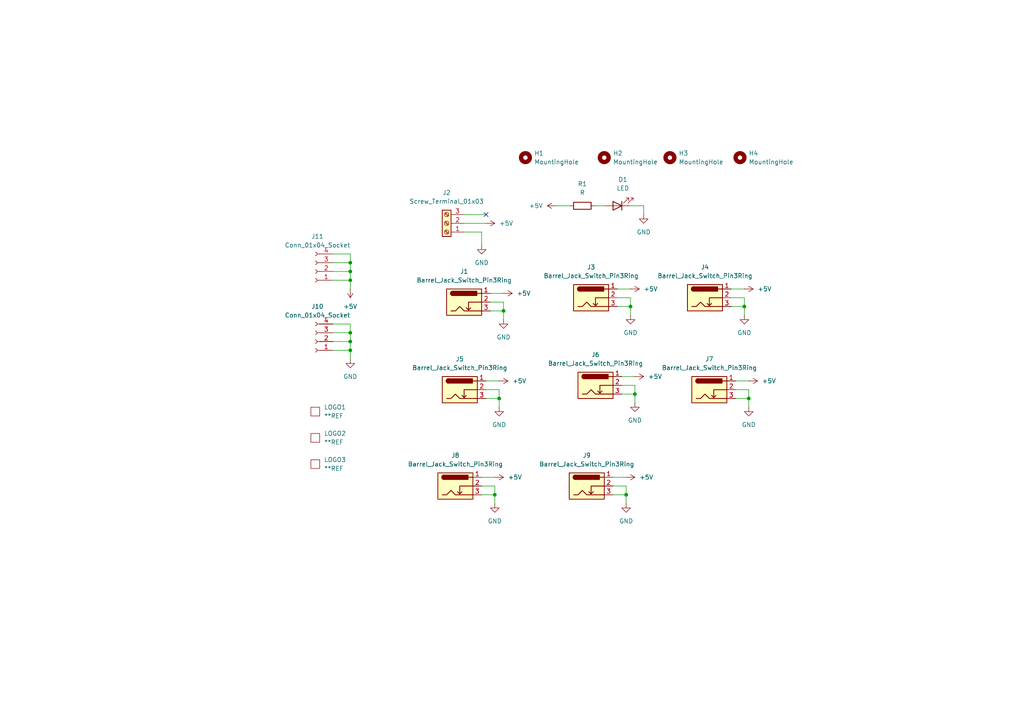
<source format=kicad_sch>
(kicad_sch (version 20231120) (generator "eeschema") (generator_version "8.0")
  (paper "A4")
  (lib_symbols
    (symbol "Connector:Barrel_Jack_Switch_Pin3Ring" (pin_names hide)
      (property "Reference" "J" (at 0 5.334 0))
      (property "Value" "Barrel_Jack_Switch_Pin3Ring" (at 0 -5.08 0))
      (symbol "Barrel_Jack_Switch_Pin3Ring_0_1"
        (rectangle (start -5.08 3.81) (end 5.08 -3.81) (stroke (width 0.254)) (fill (type background)))
        (arc (start -3.302 3.175) (mid -3.9343 2.54) (end -3.302 1.905) (stroke (width 0.254)))
        (arc (start -3.302 3.175) (mid -3.9343 2.54) (end -3.302 1.905) (stroke (width 0.254)) (fill (type outline)))
        (polyline (pts (xy 1.27 -2.286) (xy 1.905 -1.651)) (stroke (width 0.254)))
        (polyline (pts (xy 5.08 2.54) (xy 3.81 2.54)) (stroke (width 0.254)))
        (polyline (pts (xy 5.08 0) (xy 1.27 0) (xy 1.27 -2.286) (xy 0.635 -1.651)) (stroke (width 0.254)))
        (polyline (pts (xy -3.81 -2.54) (xy -2.54 -2.54) (xy -1.27 -1.27) (xy 0 -2.54) (xy 2.54 -2.54) (xy 5.08 -2.54)) (stroke (width 0.254)))
        (rectangle (start 3.683 3.175) (end -3.302 1.905) (stroke (width 0.254)) (fill (type outline)))
      )
      (symbol "Barrel_Jack_Switch_Pin3Ring_1_1"
        (pin passive line (at 7.62 2.54 180) (length 2.54) (name "~") (number "1"))
        (pin passive line (at 7.62 0 180) (length 2.54) (name "~") (number "2"))
        (pin passive line (at 7.62 -2.54 180) (length 2.54) (name "~") (number "3"))
      )
    )
    (symbol "Connector:Conn_01x04_Socket" (pin_names (offset 1.016) hide)
      (property "Reference" "J" (at 0 5.08 0))
      (property "Value" "Conn_01x04_Socket" (at 0 -7.62 0))
      (symbol "Conn_01x04_Socket_1_1"
        (arc (start 0 -4.572) (mid -0.5058 -5.08) (end 0 -5.588) (stroke (width 0.1524)))
        (arc (start 0 -2.032) (mid -0.5058 -2.54) (end 0 -3.048) (stroke (width 0.1524)))
        (polyline (pts (xy -1.27 -5.08) (xy -0.508 -5.08)) (stroke (width 0.1524)))
        (polyline (pts (xy -1.27 -2.54) (xy -0.508 -2.54)) (stroke (width 0.1524)))
        (polyline (pts (xy -1.27 0) (xy -0.508 0)) (stroke (width 0.1524)))
        (polyline (pts (xy -1.27 2.54) (xy -0.508 2.54)) (stroke (width 0.1524)))
        (arc (start 0 0.508) (mid -0.5058 0) (end 0 -0.508) (stroke (width 0.1524)))
        (arc (start 0 3.048) (mid -0.5058 2.54) (end 0 2.032) (stroke (width 0.1524)))
        (pin passive line (at -5.08 2.54 0) (length 3.81) (name "Pin_1") (number "1"))
        (pin passive line (at -5.08 0 0) (length 3.81) (name "Pin_2") (number "2"))
        (pin passive line (at -5.08 -2.54 0) (length 3.81) (name "Pin_3") (number "3"))
        (pin passive line (at -5.08 -5.08 0) (length 3.81) (name "Pin_4") (number "4"))
      )
    )
    (symbol "Connector:Screw_Terminal_01x03" (pin_names (offset 1.016) hide)
      (property "Reference" "J" (at 0 5.08 0))
      (property "Value" "Screw_Terminal_01x03" (at 0 -5.08 0))
      (symbol "Screw_Terminal_01x03_1_1"
        (rectangle (start -1.27 3.81) (end 1.27 -3.81) (stroke (width 0.254)) (fill (type background)))
        (circle (center 0 -2.54) (radius 0.635) (stroke (width 0.1524)))
        (polyline (pts (xy -0.5334 -2.2098) (xy 0.3302 -3.048)) (stroke (width 0.1524)))
        (polyline (pts (xy -0.5334 0.3302) (xy 0.3302 -0.508)) (stroke (width 0.1524)))
        (polyline (pts (xy -0.5334 2.8702) (xy 0.3302 2.032)) (stroke (width 0.1524)))
        (polyline (pts (xy -0.3556 -2.032) (xy 0.508 -2.8702)) (stroke (width 0.1524)))
        (polyline (pts (xy -0.3556 0.508) (xy 0.508 -0.3302)) (stroke (width 0.1524)))
        (polyline (pts (xy -0.3556 3.048) (xy 0.508 2.2098)) (stroke (width 0.1524)))
        (circle (center 0 0) (radius 0.635) (stroke (width 0.1524)))
        (circle (center 0 2.54) (radius 0.635) (stroke (width 0.1524)))
        (pin passive line (at -5.08 2.54 0) (length 3.81) (name "Pin_1") (number "1"))
        (pin passive line (at -5.08 0 0) (length 3.81) (name "Pin_2") (number "2"))
        (pin passive line (at -5.08 -2.54 0) (length 3.81) (name "Pin_3") (number "3"))
      )
    )
    (symbol "Device:LED" (pin_numbers hide) (pin_names (offset 1.016) hide)
      (property "Reference" "D" (at 0 2.54 0))
      (property "Value" "LED" (at 0 -2.54 0))
      (symbol "LED_0_1"
        (polyline (pts (xy -1.27 -1.27) (xy -1.27 1.27)) (stroke (width 0.254)))
        (polyline (pts (xy -1.27 0) (xy 1.27 0)))
        (polyline (pts (xy 1.27 -1.27) (xy 1.27 1.27) (xy -1.27 0) (xy 1.27 -1.27)) (stroke (width 0.254)))
        (polyline (pts (xy -3.048 -0.762) (xy -4.572 -2.286) (xy -3.81 -2.286) (xy -4.572 -2.286) (xy -4.572 -1.524)))
        (polyline (pts (xy -1.778 -0.762) (xy -3.302 -2.286) (xy -2.54 -2.286) (xy -3.302 -2.286) (xy -3.302 -1.524)))
      )
      (symbol "LED_1_1"
        (pin passive line (at -3.81 0 0) (length 2.54) (name "K") (number "1"))
        (pin passive line (at 3.81 0 180) (length 2.54) (name "A") (number "2"))
      )
    )
    (symbol "Device:R" (pin_numbers hide) (pin_names (offset 0))
      (property "Reference" "R" (at 2.032 0 90))
      (property "Value" "R" (at 0 0 90))
      (symbol "R_0_1"
        (rectangle (start -1.016 -2.54) (end 1.016 2.54) (stroke (width 0.254)))
      )
      (symbol "R_1_1"
        (pin passive line (at 0 3.81 270) (length 1.27) (name "~") (number "1"))
        (pin passive line (at 0 -3.81 90) (length 1.27) (name "~") (number "2"))
      )
    )
    (symbol "Mechanical:MountingHole" (pin_names (offset 1.016)) (exclude_from_sim yes) (in_bom no)
      (property "Reference" "H" (at 0 5.08 0))
      (property "Value" "MountingHole" (at 0 3.175 0))
      (symbol "MountingHole_0_1"
        (circle (center 0 0) (radius 1.27) (stroke (width 1.27)))
      )
    )
    (symbol "MyKicadSymbols:awesome-logo" (in_bom no)
      (property "Reference" "LOGO" (at 0 0 0))
      (property "Value" "**REF" (at 0 0 0))
      (symbol "awesome-logo_0_1"
        (rectangle (start -1.27 1.27) (end 1.27 -1.27))
      )
    )
    (symbol "power:+5V" (power) (pin_numbers hide) (pin_names (offset 0) hide)
      (property "Value" "+5V" (at 0 3.556 0))
      (symbol "+5V_0_1"
        (polyline (pts (xy -0.762 1.27) (xy 0 2.54)))
        (polyline (pts (xy 0 0) (xy 0 2.54)))
        (polyline (pts (xy 0 2.54) (xy 0.762 1.27)))
      )
      (symbol "+5V_1_1"
        (pin power_in line (at 0 0 90) (length 0) (name "~") (number "1"))
      )
    )
    (symbol "power:GND" (power) (pin_numbers hide) (pin_names (offset 0) hide)
      (property "Value" "GND" (at 0 -3.81 0))
      (symbol "GND_0_1"
        (polyline (pts (xy 0 0) (xy 0 -1.27) (xy 1.27 -1.27) (xy 0 -2.54) (xy -1.27 -1.27) (xy 0 -1.27)))
      )
      (symbol "GND_1_1"
        (pin power_in line (at 0 0 270) (length 0) (name "~") (number "1"))
      )
    )
  )
  (junction (at 101.6 76.2))
  (junction (at 101.6 99.06))
  (junction (at 215.9 88.9))
  (junction (at 184.15 114.3))
  (junction (at 101.6 101.6))
  (junction (at 101.6 78.74))
  (junction (at 144.78 115.57))
  (junction (at 143.51 143.51))
  (junction (at 217.17 115.57))
  (junction (at 146.05 90.17))
  (junction (at 182.88 88.9))
  (junction (at 181.61 143.51))
  (junction (at 101.6 96.52))
  (junction (at 101.6 81.28))
  (no_connect (at 140.97 62.23))
  (wire (pts (xy 143.51 143.51) (xy 143.51 146.05)))
  (wire (pts (xy 213.36 113.03) (xy 217.17 113.03)))
  (wire (pts (xy 139.7 140.97) (xy 143.51 140.97)))
  (wire (pts (xy 213.36 110.49) (xy 217.17 110.49)))
  (wire (pts (xy 101.6 78.74) (xy 101.6 81.28)))
  (wire (pts (xy 177.8 138.43) (xy 181.61 138.43)))
  (wire (pts (xy 101.6 76.2) (xy 101.6 78.74)))
  (wire (pts (xy 182.88 59.69) (xy 186.69 59.69)))
  (wire (pts (xy 184.15 114.3) (xy 184.15 116.84)))
  (wire (pts (xy 182.88 88.9) (xy 182.88 91.44)))
  (wire (pts (xy 181.61 143.51) (xy 181.61 146.05)))
  (wire (pts (xy 140.97 110.49) (xy 144.78 110.49)))
  (wire (pts (xy 139.7 143.51) (xy 143.51 143.51)))
  (wire (pts (xy 186.69 59.69) (xy 186.69 62.23)))
  (wire (pts (xy 101.6 73.66) (xy 101.6 76.2)))
  (wire (pts (xy 213.36 115.57) (xy 217.17 115.57)))
  (wire (pts (xy 134.62 64.77) (xy 140.97 64.77)))
  (wire (pts (xy 217.17 113.03) (xy 217.17 115.57)))
  (wire (pts (xy 134.62 62.23) (xy 140.97 62.23)))
  (wire (pts (xy 96.52 78.74) (xy 101.6 78.74)))
  (wire (pts (xy 184.15 111.76) (xy 184.15 114.3)))
  (wire (pts (xy 215.9 86.36) (xy 215.9 88.9)))
  (wire (pts (xy 212.09 88.9) (xy 215.9 88.9)))
  (wire (pts (xy 101.6 81.28) (xy 101.6 83.82)))
  (wire (pts (xy 101.6 93.98) (xy 101.6 96.52)))
  (wire (pts (xy 212.09 83.82) (xy 215.9 83.82)))
  (wire (pts (xy 179.07 88.9) (xy 182.88 88.9)))
  (wire (pts (xy 172.72 59.69) (xy 175.26 59.69)))
  (wire (pts (xy 144.78 113.03) (xy 144.78 115.57)))
  (wire (pts (xy 143.51 140.97) (xy 143.51 143.51)))
  (wire (pts (xy 101.6 96.52) (xy 101.6 99.06)))
  (wire (pts (xy 181.61 140.97) (xy 181.61 143.51)))
  (wire (pts (xy 139.7 138.43) (xy 143.51 138.43)))
  (wire (pts (xy 142.24 87.63) (xy 146.05 87.63)))
  (wire (pts (xy 142.24 90.17) (xy 146.05 90.17)))
  (wire (pts (xy 140.97 113.03) (xy 144.78 113.03)))
  (wire (pts (xy 182.88 86.36) (xy 182.88 88.9)))
  (wire (pts (xy 96.52 76.2) (xy 101.6 76.2)))
  (wire (pts (xy 180.34 111.76) (xy 184.15 111.76)))
  (wire (pts (xy 179.07 86.36) (xy 182.88 86.36)))
  (wire (pts (xy 96.52 96.52) (xy 101.6 96.52)))
  (wire (pts (xy 96.52 101.6) (xy 101.6 101.6)))
  (wire (pts (xy 212.09 86.36) (xy 215.9 86.36)))
  (wire (pts (xy 179.07 83.82) (xy 182.88 83.82)))
  (wire (pts (xy 146.05 87.63) (xy 146.05 90.17)))
  (wire (pts (xy 96.52 73.66) (xy 101.6 73.66)))
  (wire (pts (xy 177.8 143.51) (xy 181.61 143.51)))
  (wire (pts (xy 96.52 99.06) (xy 101.6 99.06)))
  (wire (pts (xy 215.9 88.9) (xy 215.9 91.44)))
  (wire (pts (xy 161.29 59.69) (xy 165.1 59.69)))
  (wire (pts (xy 180.34 109.22) (xy 184.15 109.22)))
  (wire (pts (xy 180.34 114.3) (xy 184.15 114.3)))
  (wire (pts (xy 177.8 140.97) (xy 181.61 140.97)))
  (wire (pts (xy 139.7 67.31) (xy 139.7 71.12)))
  (wire (pts (xy 96.52 93.98) (xy 101.6 93.98)))
  (wire (pts (xy 140.97 115.57) (xy 144.78 115.57)))
  (wire (pts (xy 217.17 115.57) (xy 217.17 118.11)))
  (wire (pts (xy 134.62 67.31) (xy 139.7 67.31)))
  (wire (pts (xy 101.6 99.06) (xy 101.6 101.6)))
  (wire (pts (xy 101.6 101.6) (xy 101.6 104.14)))
  (wire (pts (xy 144.78 115.57) (xy 144.78 118.11)))
  (wire (pts (xy 142.24 85.09) (xy 146.05 85.09)))
  (wire (pts (xy 146.05 90.17) (xy 146.05 92.71)))
  (wire (pts (xy 96.52 81.28) (xy 101.6 81.28)))
  (symbol (lib_id "power:+5V") (at 143.51 138.43 270) (unit 1)
    (property "Reference" "#PWR017" (effects (hide yes)))
    (property "Value" "+5V" (at 147.32 138.4299 90) (effects (justify left)))
    (property "Description" "Power symbol creates a global label with name \"+5V\"" (effects (hide yes)))
  )
  (symbol (lib_id "Connector:Conn_01x04_Socket") (at 91.44 99.06 180) (unit 1)
    (property "Reference" "J10" (at 92.075 88.9 0))
    (property "Value" "Conn_01x04_Socket" (at 92.075 91.44 0))
    (property "Footprint" "Connector_PinSocket_2.54mm:PinSocket_1x04_P2.54mm_Vertical" (effects (hide yes)))
    (property "Description" "Generic connector, single row, 01x04, script generated" (effects (hide yes)))
  )
  (symbol (lib_id "Connector:Barrel_Jack_Switch_Pin3Ring") (at 171.45 86.36 0) (unit 1)
    (property "Reference" "J3" (at 171.45 77.47 0))
    (property "Value" "Barrel_Jack_Switch_Pin3Ring" (at 171.45 80.01 0))
    (property "Footprint" "Connector_BarrelJack:BarrelJack_Horizontal" (effects (hide yes)))
    (property "Description" "DC Barrel Jack with an internal switch" (effects (hide yes)))
  )
  (symbol (lib_id "Mechanical:MountingHole") (at 194.31 45.72 0) (unit 1) (exclude_from_sim yes) (in_bom no)
    (property "Reference" "H3" (at 196.85 44.4499 0) (effects (justify left)))
    (property "Value" "MountingHole" (at 196.85 46.9899 0) (effects (justify left)))
    (property "Footprint" "MountingHole:MountingHole_3.2mm_M3_Pad_Via" (effects (hide yes)))
    (property "Description" "Mounting Hole without connection" (effects (hide yes)))
  )
  (symbol (lib_id "MyKicadSymbols:awesome-logo") (at 91.44 119.38 0) (unit 1) (in_bom no)
    (property "Reference" "LOGO1" (at 93.98 118.1099 0) (effects (justify left)))
    (property "Value" "**REF" (at 93.98 120.6499 0) (effects (justify left)))
    (property "Footprint" "MyKicadFootprints:awesome-logo" (effects (hide yes)))
    (property "Description" "the crazymittens logo" (effects (hide yes)))
  )
  (symbol (lib_id "power:GND") (at 186.69 62.23 0) (unit 1)
    (property "Reference" "#PWR06" (effects (hide yes)))
    (property "Value" "GND" (at 186.69 67.31 0))
    (property "Description" "Power symbol creates a global label with name \"GND\" , ground" (effects (hide yes)))
  )
  (symbol (lib_id "Connector:Screw_Terminal_01x03") (at 129.54 64.77 180) (unit 1)
    (property "Reference" "J2" (at 129.54 55.88 0))
    (property "Value" "Screw_Terminal_01x03" (at 129.54 58.42 0))
    (property "Footprint" "TerminalBlock:TerminalBlock_Xinya_XY308-2.54-3P_1x03_P2.54mm_Horizontal" (effects (hide yes)))
    (property "Description" "Generic screw terminal, single row, 01x03, script generated (kicad-library-utils/schlib/autogen/connector/)" (effects (hide yes)))
  )
  (symbol (lib_id "power:GND") (at 143.51 146.05 0) (unit 1)
    (property "Reference" "#PWR018" (effects (hide yes)))
    (property "Value" "GND" (at 143.51 151.13 0))
    (property "Description" "Power symbol creates a global label with name \"GND\" , ground" (effects (hide yes)))
  )
  (symbol (lib_id "power:+5V") (at 101.6 83.82 180) (unit 1)
    (property "Reference" "#PWR022" (effects (hide yes)))
    (property "Value" "+5V" (at 101.6 88.9 0))
    (property "Description" "Power symbol creates a global label with name \"+5V\"" (effects (hide yes)))
  )
  (symbol (lib_id "Mechanical:MountingHole") (at 152.4 45.72 0) (unit 1) (exclude_from_sim yes) (in_bom no)
    (property "Reference" "H1" (at 154.94 44.4499 0) (effects (justify left)))
    (property "Value" "MountingHole" (at 154.94 46.9899 0) (effects (justify left)))
    (property "Footprint" "MountingHole:MountingHole_3.2mm_M3_Pad_Via" (effects (hide yes)))
    (property "Description" "Mounting Hole without connection" (effects (hide yes)))
  )
  (symbol (lib_id "power:+5V") (at 144.78 110.49 270) (unit 1)
    (property "Reference" "#PWR011" (effects (hide yes)))
    (property "Value" "+5V" (at 148.59 110.4899 90) (effects (justify left)))
    (property "Description" "Power symbol creates a global label with name \"+5V\"" (effects (hide yes)))
  )
  (symbol (lib_id "Mechanical:MountingHole") (at 214.63 45.72 0) (unit 1) (exclude_from_sim yes) (in_bom no)
    (property "Reference" "H4" (at 217.17 44.4499 0) (effects (justify left)))
    (property "Value" "MountingHole" (at 217.17 46.9899 0) (effects (justify left)))
    (property "Footprint" "MountingHole:MountingHole_3.2mm_M3_Pad_Via" (effects (hide yes)))
    (property "Description" "Mounting Hole without connection" (effects (hide yes)))
  )
  (symbol (lib_id "Connector:Barrel_Jack_Switch_Pin3Ring") (at 204.47 86.36 0) (unit 1)
    (property "Reference" "J4" (at 204.47 77.47 0))
    (property "Value" "Barrel_Jack_Switch_Pin3Ring" (at 204.47 80.01 0))
    (property "Footprint" "Connector_BarrelJack:BarrelJack_Horizontal" (effects (hide yes)))
    (property "Description" "DC Barrel Jack with an internal switch" (effects (hide yes)))
  )
  (symbol (lib_id "power:GND") (at 215.9 91.44 0) (unit 1)
    (property "Reference" "#PWR010" (effects (hide yes)))
    (property "Value" "GND" (at 215.9 96.52 0))
    (property "Description" "Power symbol creates a global label with name \"GND\" , ground" (effects (hide yes)))
  )
  (symbol (lib_id "power:GND") (at 146.05 92.71 0) (unit 1)
    (property "Reference" "#PWR03" (effects (hide yes)))
    (property "Value" "GND" (at 146.05 97.79 0))
    (property "Description" "Power symbol creates a global label with name \"GND\" , ground" (effects (hide yes)))
  )
  (symbol (lib_id "power:+5V") (at 140.97 64.77 270) (unit 1)
    (property "Reference" "#PWR08" (effects (hide yes)))
    (property "Value" "+5V" (at 144.78 64.7699 90) (effects (justify left)))
    (property "Description" "Power symbol creates a global label with name \"+5V\"" (effects (hide yes)))
  )
  (symbol (lib_id "MyKicadSymbols:awesome-logo") (at 91.44 127 0) (unit 1) (in_bom no)
    (property "Reference" "LOGO2" (at 93.98 125.7299 0) (effects (justify left)))
    (property "Value" "**REF" (at 93.98 128.2699 0) (effects (justify left)))
    (property "Footprint" "MyKicadFootprints:awesome-logo" (effects (hide yes)))
    (property "Description" "the crazymittens logo" (effects (hide yes)))
  )
  (symbol (lib_id "Connector:Barrel_Jack_Switch_Pin3Ring") (at 205.74 113.03 0) (unit 1)
    (property "Reference" "J7" (at 205.74 104.14 0))
    (property "Value" "Barrel_Jack_Switch_Pin3Ring" (at 205.74 106.68 0))
    (property "Footprint" "Connector_BarrelJack:BarrelJack_Horizontal" (effects (hide yes)))
    (property "Description" "DC Barrel Jack with an internal switch" (effects (hide yes)))
  )
  (symbol (lib_id "power:GND") (at 184.15 116.84 0) (unit 1)
    (property "Reference" "#PWR014" (effects (hide yes)))
    (property "Value" "GND" (at 184.15 121.92 0))
    (property "Description" "Power symbol creates a global label with name \"GND\" , ground" (effects (hide yes)))
  )
  (symbol (lib_id "power:+5V") (at 161.29 59.69 90) (unit 1)
    (property "Reference" "#PWR05" (effects (hide yes)))
    (property "Value" "+5V" (at 157.48 59.6899 90) (effects (justify left)))
    (property "Description" "Power symbol creates a global label with name \"+5V\"" (effects (hide yes)))
  )
  (symbol (lib_id "Device:R") (at 168.91 59.69 90) (unit 1)
    (property "Reference" "R1" (at 168.91 53.34 90))
    (property "Value" "R" (at 168.91 55.88 90))
    (property "Footprint" "Resistor_THT:R_Axial_DIN0207_L6.3mm_D2.5mm_P10.16mm_Horizontal" (effects (hide yes)))
    (property "Description" "Resistor" (effects (hide yes)))
  )
  (symbol (lib_id "Connector:Conn_01x04_Socket") (at 91.44 78.74 180) (unit 1)
    (property "Reference" "J11" (at 92.075 68.58 0))
    (property "Value" "Conn_01x04_Socket" (at 92.075 71.12 0))
    (property "Footprint" "Connector_PinSocket_2.54mm:PinSocket_1x04_P2.54mm_Vertical" (effects (hide yes)))
    (property "Description" "Generic connector, single row, 01x04, script generated" (effects (hide yes)))
  )
  (symbol (lib_id "power:GND") (at 144.78 118.11 0) (unit 1)
    (property "Reference" "#PWR012" (effects (hide yes)))
    (property "Value" "GND" (at 144.78 123.19 0))
    (property "Description" "Power symbol creates a global label with name \"GND\" , ground" (effects (hide yes)))
  )
  (symbol (lib_id "MyKicadSymbols:awesome-logo") (at 91.44 134.62 0) (unit 1) (in_bom no)
    (property "Reference" "LOGO3" (at 93.98 133.3499 0) (effects (justify left)))
    (property "Value" "**REF" (at 93.98 135.8899 0) (effects (justify left)))
    (property "Footprint" "MyKicadFootprints:simple-pdu-pcb-qr-10mm" (effects (hide yes)))
    (property "Description" "the crazymittens logo" (effects (hide yes)))
  )
  (symbol (lib_id "power:+5V") (at 184.15 109.22 270) (unit 1)
    (property "Reference" "#PWR013" (effects (hide yes)))
    (property "Value" "+5V" (at 187.96 109.2199 90) (effects (justify left)))
    (property "Description" "Power symbol creates a global label with name \"+5V\"" (effects (hide yes)))
  )
  (symbol (lib_id "Mechanical:MountingHole") (at 175.26 45.72 0) (unit 1) (exclude_from_sim yes) (in_bom no)
    (property "Reference" "H2" (at 177.8 44.4499 0) (effects (justify left)))
    (property "Value" "MountingHole" (at 177.8 46.9899 0) (effects (justify left)))
    (property "Footprint" "MountingHole:MountingHole_3.2mm_M3_Pad_Via" (effects (hide yes)))
    (property "Description" "Mounting Hole without connection" (effects (hide yes)))
  )
  (symbol (lib_id "power:GND") (at 139.7 71.12 0) (unit 1)
    (property "Reference" "#PWR07" (effects (hide yes)))
    (property "Value" "GND" (at 139.7 76.2 0))
    (property "Description" "Power symbol creates a global label with name \"GND\" , ground" (effects (hide yes)))
  )
  (symbol (lib_id "power:GND") (at 182.88 91.44 0) (unit 1)
    (property "Reference" "#PWR02" (effects (hide yes)))
    (property "Value" "GND" (at 182.88 96.52 0))
    (property "Description" "Power symbol creates a global label with name \"GND\" , ground" (effects (hide yes)))
  )
  (symbol (lib_id "power:+5V") (at 181.61 138.43 270) (unit 1)
    (property "Reference" "#PWR019" (effects (hide yes)))
    (property "Value" "+5V" (at 185.42 138.4299 90) (effects (justify left)))
    (property "Description" "Power symbol creates a global label with name \"+5V\"" (effects (hide yes)))
  )
  (symbol (lib_id "power:GND") (at 181.61 146.05 0) (unit 1)
    (property "Reference" "#PWR020" (effects (hide yes)))
    (property "Value" "GND" (at 181.61 151.13 0))
    (property "Description" "Power symbol creates a global label with name \"GND\" , ground" (effects (hide yes)))
  )
  (symbol (lib_id "power:GND") (at 217.17 118.11 0) (unit 1)
    (property "Reference" "#PWR016" (effects (hide yes)))
    (property "Value" "GND" (at 217.17 123.19 0))
    (property "Description" "Power symbol creates a global label with name \"GND\" , ground" (effects (hide yes)))
  )
  (symbol (lib_id "Device:LED") (at 179.07 59.69 180) (unit 1)
    (property "Reference" "D1" (at 180.6575 52.07 0))
    (property "Value" "LED" (at 180.6575 54.61 0))
    (property "Footprint" "LED_THT:LED_D3.0mm_Horizontal_O3.81mm_Z10.0mm" (effects (hide yes)))
    (property "Description" "Light emitting diode" (effects (hide yes)))
  )
  (symbol (lib_id "power:+5V") (at 182.88 83.82 270) (unit 1)
    (property "Reference" "#PWR01" (effects (hide yes)))
    (property "Value" "+5V" (at 186.69 83.8199 90) (effects (justify left)))
    (property "Description" "Power symbol creates a global label with name \"+5V\"" (effects (hide yes)))
  )
  (symbol (lib_id "Connector:Barrel_Jack_Switch_Pin3Ring") (at 170.18 140.97 0) (unit 1)
    (property "Reference" "J9" (at 170.18 132.08 0))
    (property "Value" "Barrel_Jack_Switch_Pin3Ring" (at 170.18 134.62 0))
    (property "Footprint" "Connector_BarrelJack:BarrelJack_Horizontal" (effects (hide yes)))
    (property "Description" "DC Barrel Jack with an internal switch" (effects (hide yes)))
  )
  (symbol (lib_id "Connector:Barrel_Jack_Switch_Pin3Ring") (at 134.62 87.63 0) (unit 1)
    (property "Reference" "J1" (at 134.62 78.74 0))
    (property "Value" "Barrel_Jack_Switch_Pin3Ring" (at 134.62 81.28 0))
    (property "Footprint" "Connector_BarrelJack:BarrelJack_Horizontal" (effects (hide yes)))
    (property "Description" "DC Barrel Jack with an internal switch" (effects (hide yes)))
  )
  (symbol (lib_id "Connector:Barrel_Jack_Switch_Pin3Ring") (at 172.72 111.76 0) (unit 1)
    (property "Reference" "J6" (at 172.72 102.87 0))
    (property "Value" "Barrel_Jack_Switch_Pin3Ring" (at 172.72 105.41 0))
    (property "Footprint" "Connector_BarrelJack:BarrelJack_Horizontal" (effects (hide yes)))
    (property "Description" "DC Barrel Jack with an internal switch" (effects (hide yes)))
  )
  (symbol (lib_id "power:GND") (at 101.6 104.14 0) (unit 1)
    (property "Reference" "#PWR021" (effects (hide yes)))
    (property "Value" "GND" (at 101.6 109.22 0))
    (property "Description" "Power symbol creates a global label with name \"GND\" , ground" (effects (hide yes)))
  )
  (symbol (lib_id "power:+5V") (at 217.17 110.49 270) (unit 1)
    (property "Reference" "#PWR015" (effects (hide yes)))
    (property "Value" "+5V" (at 220.98 110.4899 90) (effects (justify left)))
    (property "Description" "Power symbol creates a global label with name \"+5V\"" (effects (hide yes)))
  )
  (symbol (lib_id "power:+5V") (at 215.9 83.82 270) (unit 1)
    (property "Reference" "#PWR09" (effects (hide yes)))
    (property "Value" "+5V" (at 219.71 83.8199 90) (effects (justify left)))
    (property "Description" "Power symbol creates a global label with name \"+5V\"" (effects (hide yes)))
  )
  (symbol (lib_id "Connector:Barrel_Jack_Switch_Pin3Ring") (at 133.35 113.03 0) (unit 1)
    (property "Reference" "J5" (at 133.35 104.14 0))
    (property "Value" "Barrel_Jack_Switch_Pin3Ring" (at 133.35 106.68 0))
    (property "Footprint" "Connector_BarrelJack:BarrelJack_Horizontal" (effects (hide yes)))
    (property "Description" "DC Barrel Jack with an internal switch" (effects (hide yes)))
  )
  (symbol (lib_id "Connector:Barrel_Jack_Switch_Pin3Ring") (at 132.08 140.97 0) (unit 1)
    (property "Reference" "J8" (at 132.08 132.08 0))
    (property "Value" "Barrel_Jack_Switch_Pin3Ring" (at 132.08 134.62 0))
    (property "Footprint" "Connector_BarrelJack:BarrelJack_Horizontal" (effects (hide yes)))
    (property "Description" "DC Barrel Jack with an internal switch" (effects (hide yes)))
  )
  (symbol (lib_id "power:+5V") (at 146.05 85.09 270) (unit 1)
    (property "Reference" "#PWR04" (effects (hide yes)))
    (property "Value" "+5V" (at 149.86 85.0899 90) (effects (justify left)))
    (property "Description" "Power symbol creates a global label with name \"+5V\"" (effects (hide yes)))
  )
)
</source>
